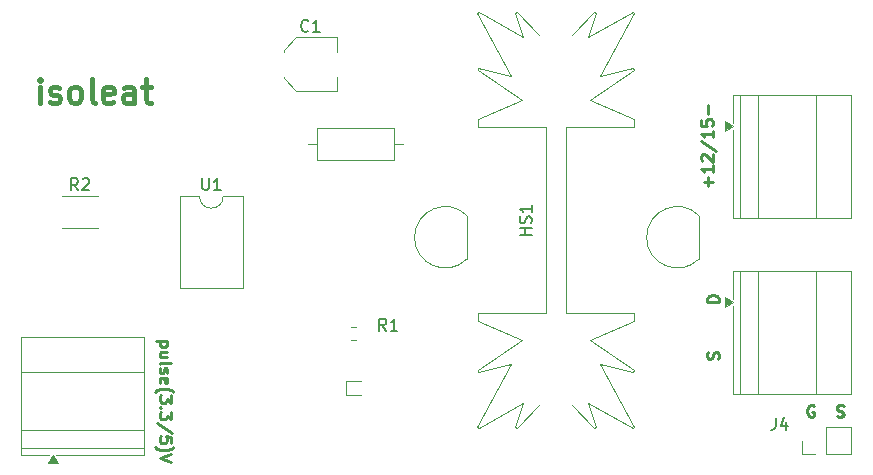
<source format=gbr>
%TF.GenerationSoftware,KiCad,Pcbnew,9.0.2*%
%TF.CreationDate,2025-07-21T18:03:53+01:00*%
%TF.ProjectId,ISOLATION,49534f4c-4154-4494-9f4e-2e6b69636164,rev?*%
%TF.SameCoordinates,Original*%
%TF.FileFunction,Legend,Top*%
%TF.FilePolarity,Positive*%
%FSLAX46Y46*%
G04 Gerber Fmt 4.6, Leading zero omitted, Abs format (unit mm)*
G04 Created by KiCad (PCBNEW 9.0.2) date 2025-07-21 18:03:53*
%MOMM*%
%LPD*%
G01*
G04 APERTURE LIST*
%ADD10C,0.400000*%
%ADD11C,0.250000*%
%ADD12C,0.150000*%
%ADD13C,0.120000*%
G04 APERTURE END LIST*
D10*
X117709347Y-78424438D02*
X117709347Y-77091104D01*
X117709347Y-76424438D02*
X117614109Y-76519676D01*
X117614109Y-76519676D02*
X117709347Y-76614914D01*
X117709347Y-76614914D02*
X117804585Y-76519676D01*
X117804585Y-76519676D02*
X117709347Y-76424438D01*
X117709347Y-76424438D02*
X117709347Y-76614914D01*
X118566490Y-78329200D02*
X118756966Y-78424438D01*
X118756966Y-78424438D02*
X119137918Y-78424438D01*
X119137918Y-78424438D02*
X119328395Y-78329200D01*
X119328395Y-78329200D02*
X119423633Y-78138723D01*
X119423633Y-78138723D02*
X119423633Y-78043485D01*
X119423633Y-78043485D02*
X119328395Y-77853009D01*
X119328395Y-77853009D02*
X119137918Y-77757771D01*
X119137918Y-77757771D02*
X118852204Y-77757771D01*
X118852204Y-77757771D02*
X118661728Y-77662533D01*
X118661728Y-77662533D02*
X118566490Y-77472057D01*
X118566490Y-77472057D02*
X118566490Y-77376819D01*
X118566490Y-77376819D02*
X118661728Y-77186342D01*
X118661728Y-77186342D02*
X118852204Y-77091104D01*
X118852204Y-77091104D02*
X119137918Y-77091104D01*
X119137918Y-77091104D02*
X119328395Y-77186342D01*
X120566490Y-78424438D02*
X120376014Y-78329200D01*
X120376014Y-78329200D02*
X120280776Y-78233961D01*
X120280776Y-78233961D02*
X120185538Y-78043485D01*
X120185538Y-78043485D02*
X120185538Y-77472057D01*
X120185538Y-77472057D02*
X120280776Y-77281580D01*
X120280776Y-77281580D02*
X120376014Y-77186342D01*
X120376014Y-77186342D02*
X120566490Y-77091104D01*
X120566490Y-77091104D02*
X120852205Y-77091104D01*
X120852205Y-77091104D02*
X121042681Y-77186342D01*
X121042681Y-77186342D02*
X121137919Y-77281580D01*
X121137919Y-77281580D02*
X121233157Y-77472057D01*
X121233157Y-77472057D02*
X121233157Y-78043485D01*
X121233157Y-78043485D02*
X121137919Y-78233961D01*
X121137919Y-78233961D02*
X121042681Y-78329200D01*
X121042681Y-78329200D02*
X120852205Y-78424438D01*
X120852205Y-78424438D02*
X120566490Y-78424438D01*
X122376014Y-78424438D02*
X122185538Y-78329200D01*
X122185538Y-78329200D02*
X122090300Y-78138723D01*
X122090300Y-78138723D02*
X122090300Y-76424438D01*
X123899824Y-78329200D02*
X123709348Y-78424438D01*
X123709348Y-78424438D02*
X123328395Y-78424438D01*
X123328395Y-78424438D02*
X123137919Y-78329200D01*
X123137919Y-78329200D02*
X123042681Y-78138723D01*
X123042681Y-78138723D02*
X123042681Y-77376819D01*
X123042681Y-77376819D02*
X123137919Y-77186342D01*
X123137919Y-77186342D02*
X123328395Y-77091104D01*
X123328395Y-77091104D02*
X123709348Y-77091104D01*
X123709348Y-77091104D02*
X123899824Y-77186342D01*
X123899824Y-77186342D02*
X123995062Y-77376819D01*
X123995062Y-77376819D02*
X123995062Y-77567295D01*
X123995062Y-77567295D02*
X123042681Y-77757771D01*
X125709348Y-78424438D02*
X125709348Y-77376819D01*
X125709348Y-77376819D02*
X125614110Y-77186342D01*
X125614110Y-77186342D02*
X125423634Y-77091104D01*
X125423634Y-77091104D02*
X125042681Y-77091104D01*
X125042681Y-77091104D02*
X124852205Y-77186342D01*
X125709348Y-78329200D02*
X125518872Y-78424438D01*
X125518872Y-78424438D02*
X125042681Y-78424438D01*
X125042681Y-78424438D02*
X124852205Y-78329200D01*
X124852205Y-78329200D02*
X124756967Y-78138723D01*
X124756967Y-78138723D02*
X124756967Y-77948247D01*
X124756967Y-77948247D02*
X124852205Y-77757771D01*
X124852205Y-77757771D02*
X125042681Y-77662533D01*
X125042681Y-77662533D02*
X125518872Y-77662533D01*
X125518872Y-77662533D02*
X125709348Y-77567295D01*
X126376015Y-77091104D02*
X127137919Y-77091104D01*
X126661729Y-76424438D02*
X126661729Y-78138723D01*
X126661729Y-78138723D02*
X126756967Y-78329200D01*
X126756967Y-78329200D02*
X126947443Y-78424438D01*
X126947443Y-78424438D02*
X127137919Y-78424438D01*
D11*
X183236377Y-104082238D02*
X183141139Y-104034619D01*
X183141139Y-104034619D02*
X182998282Y-104034619D01*
X182998282Y-104034619D02*
X182855425Y-104082238D01*
X182855425Y-104082238D02*
X182760187Y-104177476D01*
X182760187Y-104177476D02*
X182712568Y-104272714D01*
X182712568Y-104272714D02*
X182664949Y-104463190D01*
X182664949Y-104463190D02*
X182664949Y-104606047D01*
X182664949Y-104606047D02*
X182712568Y-104796523D01*
X182712568Y-104796523D02*
X182760187Y-104891761D01*
X182760187Y-104891761D02*
X182855425Y-104987000D01*
X182855425Y-104987000D02*
X182998282Y-105034619D01*
X182998282Y-105034619D02*
X183093520Y-105034619D01*
X183093520Y-105034619D02*
X183236377Y-104987000D01*
X183236377Y-104987000D02*
X183283996Y-104939380D01*
X183283996Y-104939380D02*
X183283996Y-104606047D01*
X183283996Y-104606047D02*
X183093520Y-104606047D01*
X185188759Y-104987000D02*
X185331616Y-105034619D01*
X185331616Y-105034619D02*
X185569711Y-105034619D01*
X185569711Y-105034619D02*
X185664949Y-104987000D01*
X185664949Y-104987000D02*
X185712568Y-104939380D01*
X185712568Y-104939380D02*
X185760187Y-104844142D01*
X185760187Y-104844142D02*
X185760187Y-104748904D01*
X185760187Y-104748904D02*
X185712568Y-104653666D01*
X185712568Y-104653666D02*
X185664949Y-104606047D01*
X185664949Y-104606047D02*
X185569711Y-104558428D01*
X185569711Y-104558428D02*
X185379235Y-104510809D01*
X185379235Y-104510809D02*
X185283997Y-104463190D01*
X185283997Y-104463190D02*
X185236378Y-104415571D01*
X185236378Y-104415571D02*
X185188759Y-104320333D01*
X185188759Y-104320333D02*
X185188759Y-104225095D01*
X185188759Y-104225095D02*
X185236378Y-104129857D01*
X185236378Y-104129857D02*
X185283997Y-104082238D01*
X185283997Y-104082238D02*
X185379235Y-104034619D01*
X185379235Y-104034619D02*
X185617330Y-104034619D01*
X185617330Y-104034619D02*
X185760187Y-104082238D01*
X175157000Y-100105050D02*
X175204619Y-99962193D01*
X175204619Y-99962193D02*
X175204619Y-99724098D01*
X175204619Y-99724098D02*
X175157000Y-99628860D01*
X175157000Y-99628860D02*
X175109380Y-99581241D01*
X175109380Y-99581241D02*
X175014142Y-99533622D01*
X175014142Y-99533622D02*
X174918904Y-99533622D01*
X174918904Y-99533622D02*
X174823666Y-99581241D01*
X174823666Y-99581241D02*
X174776047Y-99628860D01*
X174776047Y-99628860D02*
X174728428Y-99724098D01*
X174728428Y-99724098D02*
X174680809Y-99914574D01*
X174680809Y-99914574D02*
X174633190Y-100009812D01*
X174633190Y-100009812D02*
X174585571Y-100057431D01*
X174585571Y-100057431D02*
X174490333Y-100105050D01*
X174490333Y-100105050D02*
X174395095Y-100105050D01*
X174395095Y-100105050D02*
X174299857Y-100057431D01*
X174299857Y-100057431D02*
X174252238Y-100009812D01*
X174252238Y-100009812D02*
X174204619Y-99914574D01*
X174204619Y-99914574D02*
X174204619Y-99676479D01*
X174204619Y-99676479D02*
X174252238Y-99533622D01*
X175204619Y-95295525D02*
X174204619Y-95295525D01*
X174204619Y-95295525D02*
X174204619Y-95057430D01*
X174204619Y-95057430D02*
X174252238Y-94914573D01*
X174252238Y-94914573D02*
X174347476Y-94819335D01*
X174347476Y-94819335D02*
X174442714Y-94771716D01*
X174442714Y-94771716D02*
X174633190Y-94724097D01*
X174633190Y-94724097D02*
X174776047Y-94724097D01*
X174776047Y-94724097D02*
X174966523Y-94771716D01*
X174966523Y-94771716D02*
X175061761Y-94819335D01*
X175061761Y-94819335D02*
X175157000Y-94914573D01*
X175157000Y-94914573D02*
X175204619Y-95057430D01*
X175204619Y-95057430D02*
X175204619Y-95295525D01*
X128512047Y-98622568D02*
X127512047Y-98622568D01*
X128464428Y-98622568D02*
X128512047Y-98717806D01*
X128512047Y-98717806D02*
X128512047Y-98908282D01*
X128512047Y-98908282D02*
X128464428Y-99003520D01*
X128464428Y-99003520D02*
X128416809Y-99051139D01*
X128416809Y-99051139D02*
X128321571Y-99098758D01*
X128321571Y-99098758D02*
X128035857Y-99098758D01*
X128035857Y-99098758D02*
X127940619Y-99051139D01*
X127940619Y-99051139D02*
X127893000Y-99003520D01*
X127893000Y-99003520D02*
X127845380Y-98908282D01*
X127845380Y-98908282D02*
X127845380Y-98717806D01*
X127845380Y-98717806D02*
X127893000Y-98622568D01*
X128512047Y-99955901D02*
X127845380Y-99955901D01*
X128512047Y-99527330D02*
X127988238Y-99527330D01*
X127988238Y-99527330D02*
X127893000Y-99574949D01*
X127893000Y-99574949D02*
X127845380Y-99670187D01*
X127845380Y-99670187D02*
X127845380Y-99813044D01*
X127845380Y-99813044D02*
X127893000Y-99908282D01*
X127893000Y-99908282D02*
X127940619Y-99955901D01*
X127845380Y-100574949D02*
X127893000Y-100479711D01*
X127893000Y-100479711D02*
X127988238Y-100432092D01*
X127988238Y-100432092D02*
X128845380Y-100432092D01*
X127893000Y-100908283D02*
X127845380Y-101003521D01*
X127845380Y-101003521D02*
X127845380Y-101193997D01*
X127845380Y-101193997D02*
X127893000Y-101289235D01*
X127893000Y-101289235D02*
X127988238Y-101336854D01*
X127988238Y-101336854D02*
X128035857Y-101336854D01*
X128035857Y-101336854D02*
X128131095Y-101289235D01*
X128131095Y-101289235D02*
X128178714Y-101193997D01*
X128178714Y-101193997D02*
X128178714Y-101051140D01*
X128178714Y-101051140D02*
X128226333Y-100955902D01*
X128226333Y-100955902D02*
X128321571Y-100908283D01*
X128321571Y-100908283D02*
X128369190Y-100908283D01*
X128369190Y-100908283D02*
X128464428Y-100955902D01*
X128464428Y-100955902D02*
X128512047Y-101051140D01*
X128512047Y-101051140D02*
X128512047Y-101193997D01*
X128512047Y-101193997D02*
X128464428Y-101289235D01*
X127893000Y-102146378D02*
X127845380Y-102051140D01*
X127845380Y-102051140D02*
X127845380Y-101860664D01*
X127845380Y-101860664D02*
X127893000Y-101765426D01*
X127893000Y-101765426D02*
X127988238Y-101717807D01*
X127988238Y-101717807D02*
X128369190Y-101717807D01*
X128369190Y-101717807D02*
X128464428Y-101765426D01*
X128464428Y-101765426D02*
X128512047Y-101860664D01*
X128512047Y-101860664D02*
X128512047Y-102051140D01*
X128512047Y-102051140D02*
X128464428Y-102146378D01*
X128464428Y-102146378D02*
X128369190Y-102193997D01*
X128369190Y-102193997D02*
X128273952Y-102193997D01*
X128273952Y-102193997D02*
X128178714Y-101717807D01*
X127464428Y-102908283D02*
X127512047Y-102860664D01*
X127512047Y-102860664D02*
X127654904Y-102765426D01*
X127654904Y-102765426D02*
X127750142Y-102717807D01*
X127750142Y-102717807D02*
X127893000Y-102670188D01*
X127893000Y-102670188D02*
X128131095Y-102622569D01*
X128131095Y-102622569D02*
X128321571Y-102622569D01*
X128321571Y-102622569D02*
X128559666Y-102670188D01*
X128559666Y-102670188D02*
X128702523Y-102717807D01*
X128702523Y-102717807D02*
X128797761Y-102765426D01*
X128797761Y-102765426D02*
X128940619Y-102860664D01*
X128940619Y-102860664D02*
X128988238Y-102908283D01*
X128845380Y-103193998D02*
X128845380Y-103813045D01*
X128845380Y-103813045D02*
X128464428Y-103479712D01*
X128464428Y-103479712D02*
X128464428Y-103622569D01*
X128464428Y-103622569D02*
X128416809Y-103717807D01*
X128416809Y-103717807D02*
X128369190Y-103765426D01*
X128369190Y-103765426D02*
X128273952Y-103813045D01*
X128273952Y-103813045D02*
X128035857Y-103813045D01*
X128035857Y-103813045D02*
X127940619Y-103765426D01*
X127940619Y-103765426D02*
X127893000Y-103717807D01*
X127893000Y-103717807D02*
X127845380Y-103622569D01*
X127845380Y-103622569D02*
X127845380Y-103336855D01*
X127845380Y-103336855D02*
X127893000Y-103241617D01*
X127893000Y-103241617D02*
X127940619Y-103193998D01*
X127940619Y-104241617D02*
X127893000Y-104289236D01*
X127893000Y-104289236D02*
X127845380Y-104241617D01*
X127845380Y-104241617D02*
X127893000Y-104193998D01*
X127893000Y-104193998D02*
X127940619Y-104241617D01*
X127940619Y-104241617D02*
X127845380Y-104241617D01*
X128845380Y-104622569D02*
X128845380Y-105241616D01*
X128845380Y-105241616D02*
X128464428Y-104908283D01*
X128464428Y-104908283D02*
X128464428Y-105051140D01*
X128464428Y-105051140D02*
X128416809Y-105146378D01*
X128416809Y-105146378D02*
X128369190Y-105193997D01*
X128369190Y-105193997D02*
X128273952Y-105241616D01*
X128273952Y-105241616D02*
X128035857Y-105241616D01*
X128035857Y-105241616D02*
X127940619Y-105193997D01*
X127940619Y-105193997D02*
X127893000Y-105146378D01*
X127893000Y-105146378D02*
X127845380Y-105051140D01*
X127845380Y-105051140D02*
X127845380Y-104765426D01*
X127845380Y-104765426D02*
X127893000Y-104670188D01*
X127893000Y-104670188D02*
X127940619Y-104622569D01*
X128893000Y-106384473D02*
X127607285Y-105527331D01*
X128845380Y-107193997D02*
X128845380Y-106717807D01*
X128845380Y-106717807D02*
X128369190Y-106670188D01*
X128369190Y-106670188D02*
X128416809Y-106717807D01*
X128416809Y-106717807D02*
X128464428Y-106813045D01*
X128464428Y-106813045D02*
X128464428Y-107051140D01*
X128464428Y-107051140D02*
X128416809Y-107146378D01*
X128416809Y-107146378D02*
X128369190Y-107193997D01*
X128369190Y-107193997D02*
X128273952Y-107241616D01*
X128273952Y-107241616D02*
X128035857Y-107241616D01*
X128035857Y-107241616D02*
X127940619Y-107193997D01*
X127940619Y-107193997D02*
X127893000Y-107146378D01*
X127893000Y-107146378D02*
X127845380Y-107051140D01*
X127845380Y-107051140D02*
X127845380Y-106813045D01*
X127845380Y-106813045D02*
X127893000Y-106717807D01*
X127893000Y-106717807D02*
X127940619Y-106670188D01*
X127464428Y-107574950D02*
X127512047Y-107622569D01*
X127512047Y-107622569D02*
X127654904Y-107717807D01*
X127654904Y-107717807D02*
X127750142Y-107765426D01*
X127750142Y-107765426D02*
X127893000Y-107813045D01*
X127893000Y-107813045D02*
X128131095Y-107860664D01*
X128131095Y-107860664D02*
X128321571Y-107860664D01*
X128321571Y-107860664D02*
X128559666Y-107813045D01*
X128559666Y-107813045D02*
X128702523Y-107765426D01*
X128702523Y-107765426D02*
X128797761Y-107717807D01*
X128797761Y-107717807D02*
X128940619Y-107622569D01*
X128940619Y-107622569D02*
X128988238Y-107574950D01*
X128845380Y-108193998D02*
X127845380Y-108527331D01*
X127845380Y-108527331D02*
X128845380Y-108860664D01*
X174313666Y-85497431D02*
X174313666Y-84735527D01*
X174694619Y-85116479D02*
X173932714Y-85116479D01*
X174694619Y-83735527D02*
X174694619Y-84306955D01*
X174694619Y-84021241D02*
X173694619Y-84021241D01*
X173694619Y-84021241D02*
X173837476Y-84116479D01*
X173837476Y-84116479D02*
X173932714Y-84211717D01*
X173932714Y-84211717D02*
X173980333Y-84306955D01*
X173789857Y-83354574D02*
X173742238Y-83306955D01*
X173742238Y-83306955D02*
X173694619Y-83211717D01*
X173694619Y-83211717D02*
X173694619Y-82973622D01*
X173694619Y-82973622D02*
X173742238Y-82878384D01*
X173742238Y-82878384D02*
X173789857Y-82830765D01*
X173789857Y-82830765D02*
X173885095Y-82783146D01*
X173885095Y-82783146D02*
X173980333Y-82783146D01*
X173980333Y-82783146D02*
X174123190Y-82830765D01*
X174123190Y-82830765D02*
X174694619Y-83402193D01*
X174694619Y-83402193D02*
X174694619Y-82783146D01*
X173647000Y-81640289D02*
X174932714Y-82497431D01*
X174694619Y-80783146D02*
X174694619Y-81354574D01*
X174694619Y-81068860D02*
X173694619Y-81068860D01*
X173694619Y-81068860D02*
X173837476Y-81164098D01*
X173837476Y-81164098D02*
X173932714Y-81259336D01*
X173932714Y-81259336D02*
X173980333Y-81354574D01*
X173694619Y-79878384D02*
X173694619Y-80354574D01*
X173694619Y-80354574D02*
X174170809Y-80402193D01*
X174170809Y-80402193D02*
X174123190Y-80354574D01*
X174123190Y-80354574D02*
X174075571Y-80259336D01*
X174075571Y-80259336D02*
X174075571Y-80021241D01*
X174075571Y-80021241D02*
X174123190Y-79926003D01*
X174123190Y-79926003D02*
X174170809Y-79878384D01*
X174170809Y-79878384D02*
X174266047Y-79830765D01*
X174266047Y-79830765D02*
X174504142Y-79830765D01*
X174504142Y-79830765D02*
X174599380Y-79878384D01*
X174599380Y-79878384D02*
X174647000Y-79926003D01*
X174647000Y-79926003D02*
X174694619Y-80021241D01*
X174694619Y-80021241D02*
X174694619Y-80259336D01*
X174694619Y-80259336D02*
X174647000Y-80354574D01*
X174647000Y-80354574D02*
X174599380Y-80402193D01*
X174313666Y-79402193D02*
X174313666Y-78640289D01*
D12*
X180006666Y-105104819D02*
X180006666Y-105819104D01*
X180006666Y-105819104D02*
X179959047Y-105961961D01*
X179959047Y-105961961D02*
X179863809Y-106057200D01*
X179863809Y-106057200D02*
X179720952Y-106104819D01*
X179720952Y-106104819D02*
X179625714Y-106104819D01*
X180911428Y-105438152D02*
X180911428Y-106104819D01*
X180673333Y-105057200D02*
X180435238Y-105771485D01*
X180435238Y-105771485D02*
X181054285Y-105771485D01*
X147023333Y-97724819D02*
X146690000Y-97248628D01*
X146451905Y-97724819D02*
X146451905Y-96724819D01*
X146451905Y-96724819D02*
X146832857Y-96724819D01*
X146832857Y-96724819D02*
X146928095Y-96772438D01*
X146928095Y-96772438D02*
X146975714Y-96820057D01*
X146975714Y-96820057D02*
X147023333Y-96915295D01*
X147023333Y-96915295D02*
X147023333Y-97058152D01*
X147023333Y-97058152D02*
X146975714Y-97153390D01*
X146975714Y-97153390D02*
X146928095Y-97201009D01*
X146928095Y-97201009D02*
X146832857Y-97248628D01*
X146832857Y-97248628D02*
X146451905Y-97248628D01*
X147975714Y-97724819D02*
X147404286Y-97724819D01*
X147690000Y-97724819D02*
X147690000Y-96724819D01*
X147690000Y-96724819D02*
X147594762Y-96867676D01*
X147594762Y-96867676D02*
X147499524Y-96962914D01*
X147499524Y-96962914D02*
X147404286Y-97010533D01*
X159344819Y-89623094D02*
X158344819Y-89623094D01*
X158821009Y-89623094D02*
X158821009Y-89051666D01*
X159344819Y-89051666D02*
X158344819Y-89051666D01*
X159297200Y-88623094D02*
X159344819Y-88480237D01*
X159344819Y-88480237D02*
X159344819Y-88242142D01*
X159344819Y-88242142D02*
X159297200Y-88146904D01*
X159297200Y-88146904D02*
X159249580Y-88099285D01*
X159249580Y-88099285D02*
X159154342Y-88051666D01*
X159154342Y-88051666D02*
X159059104Y-88051666D01*
X159059104Y-88051666D02*
X158963866Y-88099285D01*
X158963866Y-88099285D02*
X158916247Y-88146904D01*
X158916247Y-88146904D02*
X158868628Y-88242142D01*
X158868628Y-88242142D02*
X158821009Y-88432618D01*
X158821009Y-88432618D02*
X158773390Y-88527856D01*
X158773390Y-88527856D02*
X158725771Y-88575475D01*
X158725771Y-88575475D02*
X158630533Y-88623094D01*
X158630533Y-88623094D02*
X158535295Y-88623094D01*
X158535295Y-88623094D02*
X158440057Y-88575475D01*
X158440057Y-88575475D02*
X158392438Y-88527856D01*
X158392438Y-88527856D02*
X158344819Y-88432618D01*
X158344819Y-88432618D02*
X158344819Y-88194523D01*
X158344819Y-88194523D02*
X158392438Y-88051666D01*
X159344819Y-87099285D02*
X159344819Y-87670713D01*
X159344819Y-87384999D02*
X158344819Y-87384999D01*
X158344819Y-87384999D02*
X158487676Y-87480237D01*
X158487676Y-87480237D02*
X158582914Y-87575475D01*
X158582914Y-87575475D02*
X158630533Y-87670713D01*
X120943333Y-85824819D02*
X120610000Y-85348628D01*
X120371905Y-85824819D02*
X120371905Y-84824819D01*
X120371905Y-84824819D02*
X120752857Y-84824819D01*
X120752857Y-84824819D02*
X120848095Y-84872438D01*
X120848095Y-84872438D02*
X120895714Y-84920057D01*
X120895714Y-84920057D02*
X120943333Y-85015295D01*
X120943333Y-85015295D02*
X120943333Y-85158152D01*
X120943333Y-85158152D02*
X120895714Y-85253390D01*
X120895714Y-85253390D02*
X120848095Y-85301009D01*
X120848095Y-85301009D02*
X120752857Y-85348628D01*
X120752857Y-85348628D02*
X120371905Y-85348628D01*
X121324286Y-84920057D02*
X121371905Y-84872438D01*
X121371905Y-84872438D02*
X121467143Y-84824819D01*
X121467143Y-84824819D02*
X121705238Y-84824819D01*
X121705238Y-84824819D02*
X121800476Y-84872438D01*
X121800476Y-84872438D02*
X121848095Y-84920057D01*
X121848095Y-84920057D02*
X121895714Y-85015295D01*
X121895714Y-85015295D02*
X121895714Y-85110533D01*
X121895714Y-85110533D02*
X121848095Y-85253390D01*
X121848095Y-85253390D02*
X121276667Y-85824819D01*
X121276667Y-85824819D02*
X121895714Y-85824819D01*
X140443333Y-72319580D02*
X140395714Y-72367200D01*
X140395714Y-72367200D02*
X140252857Y-72414819D01*
X140252857Y-72414819D02*
X140157619Y-72414819D01*
X140157619Y-72414819D02*
X140014762Y-72367200D01*
X140014762Y-72367200D02*
X139919524Y-72271961D01*
X139919524Y-72271961D02*
X139871905Y-72176723D01*
X139871905Y-72176723D02*
X139824286Y-71986247D01*
X139824286Y-71986247D02*
X139824286Y-71843390D01*
X139824286Y-71843390D02*
X139871905Y-71652914D01*
X139871905Y-71652914D02*
X139919524Y-71557676D01*
X139919524Y-71557676D02*
X140014762Y-71462438D01*
X140014762Y-71462438D02*
X140157619Y-71414819D01*
X140157619Y-71414819D02*
X140252857Y-71414819D01*
X140252857Y-71414819D02*
X140395714Y-71462438D01*
X140395714Y-71462438D02*
X140443333Y-71510057D01*
X141395714Y-72414819D02*
X140824286Y-72414819D01*
X141110000Y-72414819D02*
X141110000Y-71414819D01*
X141110000Y-71414819D02*
X141014762Y-71557676D01*
X141014762Y-71557676D02*
X140919524Y-71652914D01*
X140919524Y-71652914D02*
X140824286Y-71700533D01*
X131463095Y-84809819D02*
X131463095Y-85619342D01*
X131463095Y-85619342D02*
X131510714Y-85714580D01*
X131510714Y-85714580D02*
X131558333Y-85762200D01*
X131558333Y-85762200D02*
X131653571Y-85809819D01*
X131653571Y-85809819D02*
X131844047Y-85809819D01*
X131844047Y-85809819D02*
X131939285Y-85762200D01*
X131939285Y-85762200D02*
X131986904Y-85714580D01*
X131986904Y-85714580D02*
X132034523Y-85619342D01*
X132034523Y-85619342D02*
X132034523Y-84809819D01*
X133034523Y-85809819D02*
X132463095Y-85809819D01*
X132748809Y-85809819D02*
X132748809Y-84809819D01*
X132748809Y-84809819D02*
X132653571Y-84952676D01*
X132653571Y-84952676D02*
X132558333Y-85047914D01*
X132558333Y-85047914D02*
X132463095Y-85095533D01*
D13*
%TO.C,J3*%
X176370000Y-92660000D02*
X176370000Y-95020000D01*
X176370000Y-95620000D02*
X176370000Y-103060000D01*
X176990000Y-92660000D02*
X176990000Y-103060000D01*
X178490000Y-92660000D02*
X178490000Y-103060000D01*
X183390000Y-92660000D02*
X183390000Y-103060000D01*
X186410000Y-92660000D02*
X176370000Y-92660000D01*
X186410000Y-92660000D02*
X186410000Y-103060000D01*
X186410000Y-103060000D02*
X176370000Y-103060000D01*
X176370000Y-95320000D02*
X175760000Y-95760000D01*
X175760000Y-94880000D01*
X176370000Y-95320000D01*
G36*
X176370000Y-95320000D02*
G01*
X175760000Y-95760000D01*
X175760000Y-94880000D01*
X176370000Y-95320000D01*
G37*
%TO.C,J4*%
X182200000Y-108140000D02*
X182200000Y-107030000D01*
X183310000Y-108140000D02*
X182200000Y-108140000D01*
X184310000Y-105920000D02*
X186420000Y-105920000D01*
X184310000Y-108140000D02*
X184310000Y-105920000D01*
X184310000Y-108140000D02*
X186420000Y-108140000D01*
X186420000Y-108140000D02*
X186420000Y-105920000D01*
%TO.C,J1*%
X116155000Y-98242500D02*
X116155000Y-108282500D01*
X116155000Y-98242500D02*
X126555000Y-98242500D01*
X116155000Y-101262500D02*
X126555000Y-101262500D01*
X116155000Y-106162500D02*
X126555000Y-106162500D01*
X116155000Y-107662500D02*
X126555000Y-107662500D01*
X116155000Y-108282500D02*
X118515000Y-108282500D01*
X119115000Y-108282500D02*
X126555000Y-108282500D01*
X126555000Y-98242500D02*
X126555000Y-108282500D01*
X119255000Y-108892500D02*
X118375000Y-108892500D01*
X118815000Y-108282500D01*
X119255000Y-108892500D01*
G36*
X119255000Y-108892500D02*
G01*
X118375000Y-108892500D01*
X118815000Y-108282500D01*
X119255000Y-108892500D01*
G37*
%TO.C,D1*%
X143590000Y-101990000D02*
X143590000Y-103210000D01*
X143590000Y-101990000D02*
X144900000Y-101990000D01*
X143590000Y-103210000D02*
X144900000Y-103210000D01*
%TO.C,Q2*%
X173530000Y-91620000D02*
X173530000Y-88020000D01*
X169080000Y-89820000D02*
G75*
G02*
X173518478Y-87981522I2600000J0D01*
G01*
X173518478Y-91658478D02*
G75*
G02*
X169079999Y-89820000I-1838478J1838478D01*
G01*
%TO.C,R1*%
X144017742Y-97427500D02*
X144492258Y-97427500D01*
X144017742Y-98472500D02*
X144492258Y-98472500D01*
%TO.C,Q1*%
X153880000Y-91620000D02*
X153880000Y-88020000D01*
X149430000Y-89820000D02*
G75*
G02*
X153868478Y-87981522I2600000J0D01*
G01*
X153868478Y-91658478D02*
G75*
G02*
X149429999Y-89820000I-1838478J1838478D01*
G01*
%TO.C,R3*%
X140390000Y-81910000D02*
X141160000Y-81910000D01*
X148470000Y-81910000D02*
X147700000Y-81910000D01*
X141160000Y-80540000D02*
X147700000Y-80540000D01*
X147700000Y-83280000D01*
X141160000Y-83280000D01*
X141160000Y-80540000D01*
%TO.C,J2*%
X176370000Y-77750000D02*
X176370000Y-80110000D01*
X176370000Y-80710000D02*
X176370000Y-88150000D01*
X176990000Y-77750000D02*
X176990000Y-88150000D01*
X178490000Y-77750000D02*
X178490000Y-88150000D01*
X183390000Y-77750000D02*
X183390000Y-88150000D01*
X186410000Y-77750000D02*
X176370000Y-77750000D01*
X186410000Y-77750000D02*
X186410000Y-88150000D01*
X186410000Y-88150000D02*
X176370000Y-88150000D01*
X176370000Y-80410000D02*
X175760000Y-80850000D01*
X175760000Y-79970000D01*
X176370000Y-80410000D01*
G36*
X176370000Y-80410000D02*
G01*
X175760000Y-80850000D01*
X175760000Y-79970000D01*
X176370000Y-80410000D01*
G37*
%TO.C,HS1*%
X154760000Y-70850000D02*
X154880000Y-70730000D01*
X154760000Y-105870000D02*
X154880000Y-105990000D01*
X154780000Y-75670000D02*
X154840000Y-75490000D01*
X154780000Y-101050000D02*
X154840000Y-101230000D01*
X154790000Y-79790000D02*
X158500000Y-78180000D01*
X154790000Y-80460000D02*
X154790000Y-79790000D01*
X154790000Y-96260000D02*
X154790000Y-96930000D01*
X154790000Y-96930000D02*
X158500000Y-98540000D01*
X154840000Y-75490000D02*
X157640000Y-76150000D01*
X154840000Y-101230000D02*
X157640000Y-100570000D01*
X154880000Y-70730000D02*
X158650000Y-72880000D01*
X154880000Y-105990000D02*
X158650000Y-103840000D01*
X157640000Y-76150000D02*
X154760000Y-70850000D01*
X157640000Y-100570000D02*
X154760000Y-105870000D01*
X157970000Y-70830000D02*
X158120000Y-70740000D01*
X157970000Y-105890000D02*
X158120000Y-105980000D01*
X158120000Y-70740000D02*
X160010000Y-72700000D01*
X158120000Y-105980000D02*
X160010000Y-104020000D01*
X158500000Y-78170000D02*
X154780000Y-75670000D01*
X158500000Y-98550000D02*
X154780000Y-101050000D01*
X158650000Y-72880000D02*
X157970000Y-70830000D01*
X158650000Y-103840000D02*
X157970000Y-105890000D01*
X160540000Y-80460000D02*
X154790000Y-80460000D01*
X160540000Y-88360000D02*
X160540000Y-80460000D01*
X160540000Y-88360000D02*
X160540000Y-96260000D01*
X160540000Y-96260000D02*
X154790000Y-96260000D01*
X162240000Y-80460000D02*
X167990000Y-80460000D01*
X162240000Y-88360000D02*
X162240000Y-80460000D01*
X162240000Y-88360000D02*
X162240000Y-96260000D01*
X162240000Y-96260000D02*
X167990000Y-96260000D01*
X164130000Y-72880000D02*
X164810000Y-70830000D01*
X164130000Y-103840000D02*
X164810000Y-105890000D01*
X164280000Y-78170000D02*
X168000000Y-75670000D01*
X164280000Y-98550000D02*
X168000000Y-101050000D01*
X164660000Y-70740000D02*
X162770000Y-72700000D01*
X164660000Y-105980000D02*
X162770000Y-104020000D01*
X164810000Y-70830000D02*
X164660000Y-70740000D01*
X164810000Y-105890000D02*
X164660000Y-105980000D01*
X165140000Y-76150000D02*
X168020000Y-70850000D01*
X165140000Y-100570000D02*
X168020000Y-105870000D01*
X167900000Y-70730000D02*
X164130000Y-72880000D01*
X167900000Y-105990000D02*
X164130000Y-103840000D01*
X167940000Y-75490000D02*
X165140000Y-76150000D01*
X167940000Y-101230000D02*
X165140000Y-100570000D01*
X167990000Y-79790000D02*
X164280000Y-78180000D01*
X167990000Y-80460000D02*
X167990000Y-79790000D01*
X167990000Y-96260000D02*
X167990000Y-96930000D01*
X167990000Y-96930000D02*
X164280000Y-98540000D01*
X168000000Y-75670000D02*
X167940000Y-75490000D01*
X168000000Y-101050000D02*
X167940000Y-101230000D01*
X168020000Y-70850000D02*
X167900000Y-70730000D01*
X168020000Y-105870000D02*
X167900000Y-105990000D01*
%TO.C,R2*%
X119582936Y-86290000D02*
X122637064Y-86290000D01*
X119582936Y-89010000D02*
X122637064Y-89010000D01*
%TO.C,C1*%
X138350000Y-73964437D02*
X138350000Y-74100000D01*
X138350000Y-73964437D02*
X139414437Y-72900000D01*
X138350000Y-76355563D02*
X138350000Y-76220000D01*
X138350000Y-76355563D02*
X139414437Y-77420000D01*
X139414437Y-72900000D02*
X142870000Y-72900000D01*
X139414437Y-77420000D02*
X142870000Y-77420000D01*
X142870000Y-72900000D02*
X142870000Y-74100000D01*
X142870000Y-77420000D02*
X142870000Y-76220000D01*
%TO.C,U1*%
X129575000Y-86355000D02*
X129575000Y-94095000D01*
X129575000Y-94095000D02*
X134875000Y-94095000D01*
X131225000Y-86355000D02*
X129575000Y-86355000D01*
X134875000Y-86355000D02*
X133225000Y-86355000D01*
X134875000Y-94095000D02*
X134875000Y-86355000D01*
X133225000Y-86355000D02*
G75*
G02*
X131225000Y-86355000I-1000000J0D01*
G01*
%TD*%
M02*

</source>
